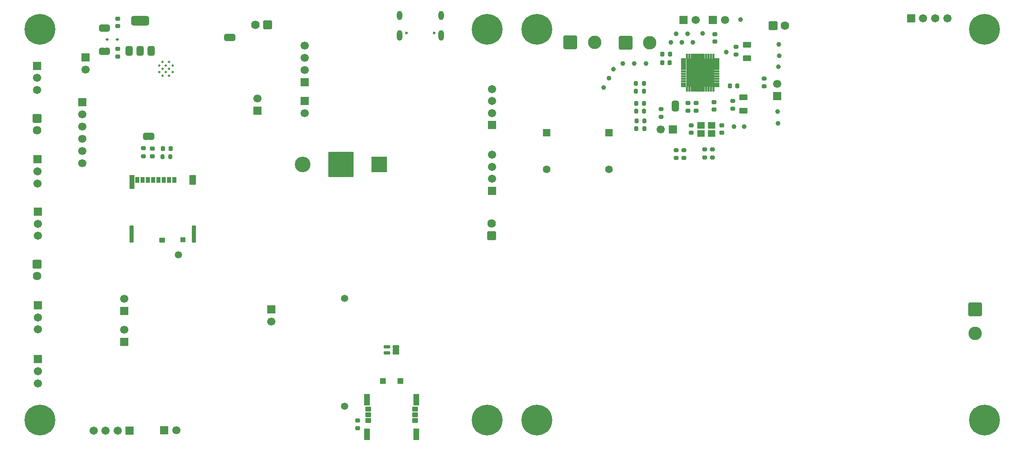
<source format=gbr>
%TF.GenerationSoftware,KiCad,Pcbnew,9.0.6*%
%TF.CreationDate,2026-02-17T13:33:00+03:00*%
%TF.ProjectId,AWS PROJECT,41575320-5052-44f4-9a45-43542e6b6963,rev?*%
%TF.SameCoordinates,Original*%
%TF.FileFunction,Soldermask,Bot*%
%TF.FilePolarity,Negative*%
%FSLAX46Y46*%
G04 Gerber Fmt 4.6, Leading zero omitted, Abs format (unit mm)*
G04 Created by KiCad (PCBNEW 9.0.6) date 2026-02-17 13:33:00*
%MOMM*%
%LPD*%
G01*
G04 APERTURE LIST*
G04 Aperture macros list*
%AMRoundRect*
0 Rectangle with rounded corners*
0 $1 Rounding radius*
0 $2 $3 $4 $5 $6 $7 $8 $9 X,Y pos of 4 corners*
0 Add a 4 corners polygon primitive as box body*
4,1,4,$2,$3,$4,$5,$6,$7,$8,$9,$2,$3,0*
0 Add four circle primitives for the rounded corners*
1,1,$1+$1,$2,$3*
1,1,$1+$1,$4,$5*
1,1,$1+$1,$6,$7*
1,1,$1+$1,$8,$9*
0 Add four rect primitives between the rounded corners*
20,1,$1+$1,$2,$3,$4,$5,0*
20,1,$1+$1,$4,$5,$6,$7,0*
20,1,$1+$1,$6,$7,$8,$9,0*
20,1,$1+$1,$8,$9,$2,$3,0*%
%AMFreePoly0*
4,1,23,0.000000,0.745722,0.065263,0.745722,0.191342,0.711940,0.304381,0.646677,0.396677,0.554381,0.461940,0.441342,0.495722,0.315263,0.495722,0.250000,0.500000,0.250000,0.500000,-0.250000,0.495722,-0.250000,0.495722,-0.315263,0.461940,-0.441342,0.396677,-0.554381,0.304381,-0.646677,0.191342,-0.711940,0.065263,-0.745722,0.000000,-0.745722,0.000000,-0.750000,-0.500000,-0.750000,
-0.500000,0.750000,0.000000,0.750000,0.000000,0.745722,0.000000,0.745722,$1*%
%AMFreePoly1*
4,1,23,0.500000,-0.750000,0.000000,-0.750000,0.000000,-0.745722,-0.065263,-0.745722,-0.191342,-0.711940,-0.304381,-0.646677,-0.396677,-0.554381,-0.461940,-0.441342,-0.495722,-0.315263,-0.495722,-0.250000,-0.500000,-0.250000,-0.500000,0.250000,-0.495722,0.250000,-0.495722,0.315263,-0.461940,0.441342,-0.396677,0.554381,-0.304381,0.646677,-0.191342,0.711940,-0.065263,0.745722,0.000000,0.745722,
0.000000,0.750000,0.500000,0.750000,0.500000,-0.750000,0.500000,-0.750000,$1*%
G04 Aperture macros list end*
%ADD10C,0.010000*%
%ADD11C,1.600000*%
%ADD12RoundRect,0.250000X-0.550000X0.550000X-0.550000X-0.550000X0.550000X-0.550000X0.550000X0.550000X0*%
%ADD13C,6.400000*%
%ADD14C,1.712000*%
%ADD15RoundRect,0.102000X0.754000X0.754000X-0.754000X0.754000X-0.754000X-0.754000X0.754000X-0.754000X0*%
%ADD16C,0.800000*%
%ADD17C,2.800000*%
%ADD18RoundRect,0.250001X-1.149999X1.149999X-1.149999X-1.149999X1.149999X-1.149999X1.149999X1.149999X0*%
%ADD19RoundRect,0.250001X-1.149999X-1.149999X1.149999X-1.149999X1.149999X1.149999X-1.149999X1.149999X0*%
%ADD20RoundRect,0.200000X-0.275000X0.200000X-0.275000X-0.200000X0.275000X-0.200000X0.275000X0.200000X0*%
%ADD21C,1.700000*%
%ADD22R,1.700000X1.700000*%
%ADD23RoundRect,0.225000X0.225000X0.250000X-0.225000X0.250000X-0.225000X-0.250000X0.225000X-0.250000X0*%
%ADD24RoundRect,0.200000X0.200000X0.275000X-0.200000X0.275000X-0.200000X-0.275000X0.200000X-0.275000X0*%
%ADD25C,1.000000*%
%ADD26RoundRect,0.200000X0.275000X-0.200000X0.275000X0.200000X-0.275000X0.200000X-0.275000X-0.200000X0*%
%ADD27RoundRect,0.225000X-0.250000X0.225000X-0.250000X-0.225000X0.250000X-0.225000X0.250000X0.225000X0*%
%ADD28RoundRect,0.200000X-0.200000X-0.275000X0.200000X-0.275000X0.200000X0.275000X-0.200000X0.275000X0*%
%ADD29C,1.779000*%
%ADD30RoundRect,0.102000X0.787500X0.787500X-0.787500X0.787500X-0.787500X-0.787500X0.787500X-0.787500X0*%
%ADD31RoundRect,0.102000X0.700000X0.600000X-0.700000X0.600000X-0.700000X-0.600000X0.700000X-0.600000X0*%
%ADD32FreePoly0,270.000000*%
%ADD33FreePoly1,270.000000*%
%ADD34RoundRect,0.225000X0.250000X-0.225000X0.250000X0.225000X-0.250000X0.225000X-0.250000X-0.225000X0*%
%ADD35RoundRect,0.250000X0.625000X-0.375000X0.625000X0.375000X-0.625000X0.375000X-0.625000X-0.375000X0*%
%ADD36RoundRect,0.225000X-0.225000X-0.250000X0.225000X-0.250000X0.225000X0.250000X-0.225000X0.250000X0*%
%ADD37RoundRect,0.102000X0.754000X-0.754000X0.754000X0.754000X-0.754000X0.754000X-0.754000X-0.754000X0*%
%ADD38RoundRect,0.102000X-0.754000X-0.754000X0.754000X-0.754000X0.754000X0.754000X-0.754000X0.754000X0*%
%ADD39RoundRect,0.102000X-0.754000X0.754000X-0.754000X-0.754000X0.754000X-0.754000X0.754000X0.754000X0*%
%ADD40RoundRect,0.102000X0.787500X-0.787500X0.787500X0.787500X-0.787500X0.787500X-0.787500X-0.787500X0*%
%ADD41RoundRect,0.102000X-0.787500X-0.787500X0.787500X-0.787500X0.787500X0.787500X-0.787500X0.787500X0*%
%ADD42C,0.600000*%
%ADD43O,1.104000X2.204000*%
%ADD44O,1.104000X1.904000*%
%ADD45RoundRect,0.102000X-0.787500X0.787500X-0.787500X-0.787500X0.787500X-0.787500X0.787500X0.787500X0*%
%ADD46C,0.504000*%
%ADD47RoundRect,0.375000X0.375000X-0.625000X0.375000X0.625000X-0.375000X0.625000X-0.375000X-0.625000X0*%
%ADD48RoundRect,0.500000X1.400000X-0.500000X1.400000X0.500000X-1.400000X0.500000X-1.400000X-0.500000X0*%
%ADD49RoundRect,0.112500X0.187500X0.112500X-0.187500X0.112500X-0.187500X-0.112500X0.187500X-0.112500X0*%
%ADD50C,1.500000*%
%ADD51FreePoly1,180.000000*%
%ADD52FreePoly0,180.000000*%
%ADD53RoundRect,0.102000X0.615000X0.200000X-0.615000X0.200000X-0.615000X-0.200000X0.615000X-0.200000X0*%
%ADD54RoundRect,0.102000X1.525000X1.525000X-1.525000X1.525000X-1.525000X-1.525000X1.525000X-1.525000X0*%
%ADD55C,3.254000*%
%ADD56RoundRect,0.102000X2.500000X2.500000X-2.500000X2.500000X-2.500000X-2.500000X2.500000X-2.500000X0*%
%ADD57RoundRect,0.218750X-0.218750X-0.256250X0.218750X-0.256250X0.218750X0.256250X-0.218750X0.256250X0*%
%ADD58RoundRect,0.076200X0.500000X1.150000X-0.500000X1.150000X-0.500000X-1.150000X0.500000X-1.150000X0*%
%ADD59RoundRect,0.076200X0.550000X0.500000X-0.550000X0.500000X-0.550000X-0.500000X0.550000X-0.500000X0*%
%ADD60RoundRect,0.076200X0.500000X0.400000X-0.500000X0.400000X-0.500000X-0.400000X0.500000X-0.400000X0*%
%ADD61RoundRect,0.076200X0.350000X0.550000X-0.350000X0.550000X-0.350000X-0.550000X0.350000X-0.550000X0*%
%ADD62RoundRect,0.076200X0.450000X0.465000X-0.450000X0.465000X-0.450000X-0.465000X0.450000X-0.465000X0*%
%ADD63RoundRect,0.076200X0.525000X0.390000X-0.525000X0.390000X-0.525000X-0.390000X0.525000X-0.390000X0*%
%ADD64RoundRect,0.076200X0.570000X0.915000X-0.570000X0.915000X-0.570000X-0.915000X0.570000X-0.915000X0*%
%ADD65RoundRect,0.076200X0.430000X1.400000X-0.430000X1.400000X-0.430000X-1.400000X0.430000X-1.400000X0*%
%ADD66RoundRect,0.076200X0.350000X1.665000X-0.350000X1.665000X-0.350000X-1.665000X0.350000X-1.665000X0*%
G04 APERTURE END LIST*
D10*
%TO.C,U18*%
X181805210Y-54141666D02*
X180845210Y-54141666D01*
X180845210Y-53771666D01*
X181805210Y-53771666D01*
X181805210Y-54141666D01*
G36*
X181805210Y-54141666D02*
G01*
X180845210Y-54141666D01*
X180845210Y-53771666D01*
X181805210Y-53771666D01*
X181805210Y-54141666D01*
G37*
X181805210Y-53641666D02*
X180845210Y-53641666D01*
X180845210Y-53271666D01*
X181805210Y-53271666D01*
X181805210Y-53641666D01*
G36*
X181805210Y-53641666D02*
G01*
X180845210Y-53641666D01*
X180845210Y-53271666D01*
X181805210Y-53271666D01*
X181805210Y-53641666D01*
G37*
X181805210Y-53141666D02*
X180845210Y-53141666D01*
X180845210Y-52771666D01*
X181805210Y-52771666D01*
X181805210Y-53141666D01*
G36*
X181805210Y-53141666D02*
G01*
X180845210Y-53141666D01*
X180845210Y-52771666D01*
X181805210Y-52771666D01*
X181805210Y-53141666D01*
G37*
X181805210Y-52641666D02*
X180845210Y-52641666D01*
X180845210Y-52271666D01*
X181805210Y-52271666D01*
X181805210Y-52641666D01*
G36*
X181805210Y-52641666D02*
G01*
X180845210Y-52641666D01*
X180845210Y-52271666D01*
X181805210Y-52271666D01*
X181805210Y-52641666D01*
G37*
X181805210Y-52141666D02*
X180845210Y-52141666D01*
X180845210Y-51771666D01*
X181805210Y-51771666D01*
X181805210Y-52141666D01*
G36*
X181805210Y-52141666D02*
G01*
X180845210Y-52141666D01*
X180845210Y-51771666D01*
X181805210Y-51771666D01*
X181805210Y-52141666D01*
G37*
X181805210Y-51641666D02*
X180845210Y-51641666D01*
X180845210Y-51271666D01*
X181805210Y-51271666D01*
X181805210Y-51641666D01*
G36*
X181805210Y-51641666D02*
G01*
X180845210Y-51641666D01*
X180845210Y-51271666D01*
X181805210Y-51271666D01*
X181805210Y-51641666D01*
G37*
X181805210Y-51141666D02*
X180845210Y-51141666D01*
X180845210Y-50771666D01*
X181805210Y-50771666D01*
X181805210Y-51141666D01*
G36*
X181805210Y-51141666D02*
G01*
X180845210Y-51141666D01*
X180845210Y-50771666D01*
X181805210Y-50771666D01*
X181805210Y-51141666D01*
G37*
X181805210Y-50641666D02*
X180845210Y-50641666D01*
X180845210Y-50271666D01*
X181805210Y-50271666D01*
X181805210Y-50641666D01*
G36*
X181805210Y-50641666D02*
G01*
X180845210Y-50641666D01*
X180845210Y-50271666D01*
X181805210Y-50271666D01*
X181805210Y-50641666D01*
G37*
X181805210Y-50141666D02*
X180845210Y-50141666D01*
X180845210Y-49771666D01*
X181805210Y-49771666D01*
X181805210Y-50141666D01*
G36*
X181805210Y-50141666D02*
G01*
X180845210Y-50141666D01*
X180845210Y-49771666D01*
X181805210Y-49771666D01*
X181805210Y-50141666D01*
G37*
X181805210Y-49641666D02*
X180845210Y-49641666D01*
X180845210Y-49271666D01*
X181805210Y-49271666D01*
X181805210Y-49641666D01*
G36*
X181805210Y-49641666D02*
G01*
X180845210Y-49641666D01*
X180845210Y-49271666D01*
X181805210Y-49271666D01*
X181805210Y-49641666D01*
G37*
X181805210Y-49141666D02*
X180845210Y-49141666D01*
X180845210Y-48771666D01*
X181805210Y-48771666D01*
X181805210Y-49141666D01*
G36*
X181805210Y-49141666D02*
G01*
X180845210Y-49141666D01*
X180845210Y-48771666D01*
X181805210Y-48771666D01*
X181805210Y-49141666D01*
G37*
X181805210Y-48641666D02*
X180845210Y-48641666D01*
X180845210Y-48271666D01*
X181805210Y-48271666D01*
X181805210Y-48641666D01*
G36*
X181805210Y-48641666D02*
G01*
X180845210Y-48641666D01*
X180845210Y-48271666D01*
X181805210Y-48271666D01*
X181805210Y-48641666D01*
G37*
X180825210Y-55121666D02*
X180455210Y-55121666D01*
X180455210Y-54161666D01*
X180825210Y-54161666D01*
X180825210Y-55121666D01*
G36*
X180825210Y-55121666D02*
G01*
X180455210Y-55121666D01*
X180455210Y-54161666D01*
X180825210Y-54161666D01*
X180825210Y-55121666D01*
G37*
X180825210Y-48251666D02*
X180455210Y-48251666D01*
X180455210Y-47291666D01*
X180825210Y-47291666D01*
X180825210Y-48251666D01*
G36*
X180825210Y-48251666D02*
G01*
X180455210Y-48251666D01*
X180455210Y-47291666D01*
X180825210Y-47291666D01*
X180825210Y-48251666D01*
G37*
X180740210Y-54056666D02*
X175040210Y-54056666D01*
X175040210Y-48356666D01*
X180740210Y-48356666D01*
X180740210Y-54056666D01*
G36*
X180740210Y-54056666D02*
G01*
X175040210Y-54056666D01*
X175040210Y-48356666D01*
X180740210Y-48356666D01*
X180740210Y-54056666D01*
G37*
X180325210Y-55121666D02*
X179955210Y-55121666D01*
X179955210Y-54161666D01*
X180325210Y-54161666D01*
X180325210Y-55121666D01*
G36*
X180325210Y-55121666D02*
G01*
X179955210Y-55121666D01*
X179955210Y-54161666D01*
X180325210Y-54161666D01*
X180325210Y-55121666D01*
G37*
X180325210Y-48251666D02*
X179955210Y-48251666D01*
X179955210Y-47291666D01*
X180325210Y-47291666D01*
X180325210Y-48251666D01*
G36*
X180325210Y-48251666D02*
G01*
X179955210Y-48251666D01*
X179955210Y-47291666D01*
X180325210Y-47291666D01*
X180325210Y-48251666D01*
G37*
X179825210Y-55121666D02*
X179455210Y-55121666D01*
X179455210Y-54161666D01*
X179825210Y-54161666D01*
X179825210Y-55121666D01*
G36*
X179825210Y-55121666D02*
G01*
X179455210Y-55121666D01*
X179455210Y-54161666D01*
X179825210Y-54161666D01*
X179825210Y-55121666D01*
G37*
X179825210Y-48251666D02*
X179455210Y-48251666D01*
X179455210Y-47291666D01*
X179825210Y-47291666D01*
X179825210Y-48251666D01*
G36*
X179825210Y-48251666D02*
G01*
X179455210Y-48251666D01*
X179455210Y-47291666D01*
X179825210Y-47291666D01*
X179825210Y-48251666D01*
G37*
X179325210Y-55121666D02*
X178955210Y-55121666D01*
X178955210Y-54161666D01*
X179325210Y-54161666D01*
X179325210Y-55121666D01*
G36*
X179325210Y-55121666D02*
G01*
X178955210Y-55121666D01*
X178955210Y-54161666D01*
X179325210Y-54161666D01*
X179325210Y-55121666D01*
G37*
X179325210Y-48251666D02*
X178955210Y-48251666D01*
X178955210Y-47291666D01*
X179325210Y-47291666D01*
X179325210Y-48251666D01*
G36*
X179325210Y-48251666D02*
G01*
X178955210Y-48251666D01*
X178955210Y-47291666D01*
X179325210Y-47291666D01*
X179325210Y-48251666D01*
G37*
X178825210Y-55121666D02*
X178455210Y-55121666D01*
X178455210Y-54161666D01*
X178825210Y-54161666D01*
X178825210Y-55121666D01*
G36*
X178825210Y-55121666D02*
G01*
X178455210Y-55121666D01*
X178455210Y-54161666D01*
X178825210Y-54161666D01*
X178825210Y-55121666D01*
G37*
X178825210Y-48251666D02*
X178455210Y-48251666D01*
X178455210Y-47291666D01*
X178825210Y-47291666D01*
X178825210Y-48251666D01*
G36*
X178825210Y-48251666D02*
G01*
X178455210Y-48251666D01*
X178455210Y-47291666D01*
X178825210Y-47291666D01*
X178825210Y-48251666D01*
G37*
X178325210Y-55121666D02*
X177955210Y-55121666D01*
X177955210Y-54161666D01*
X178325210Y-54161666D01*
X178325210Y-55121666D01*
G36*
X178325210Y-55121666D02*
G01*
X177955210Y-55121666D01*
X177955210Y-54161666D01*
X178325210Y-54161666D01*
X178325210Y-55121666D01*
G37*
X178325210Y-48251666D02*
X177955210Y-48251666D01*
X177955210Y-47291666D01*
X178325210Y-47291666D01*
X178325210Y-48251666D01*
G36*
X178325210Y-48251666D02*
G01*
X177955210Y-48251666D01*
X177955210Y-47291666D01*
X178325210Y-47291666D01*
X178325210Y-48251666D01*
G37*
X177825210Y-55121666D02*
X177455210Y-55121666D01*
X177455210Y-54161666D01*
X177825210Y-54161666D01*
X177825210Y-55121666D01*
G36*
X177825210Y-55121666D02*
G01*
X177455210Y-55121666D01*
X177455210Y-54161666D01*
X177825210Y-54161666D01*
X177825210Y-55121666D01*
G37*
X177825210Y-48251666D02*
X177455210Y-48251666D01*
X177455210Y-47291666D01*
X177825210Y-47291666D01*
X177825210Y-48251666D01*
G36*
X177825210Y-48251666D02*
G01*
X177455210Y-48251666D01*
X177455210Y-47291666D01*
X177825210Y-47291666D01*
X177825210Y-48251666D01*
G37*
X177325210Y-55121666D02*
X176955210Y-55121666D01*
X176955210Y-54161666D01*
X177325210Y-54161666D01*
X177325210Y-55121666D01*
G36*
X177325210Y-55121666D02*
G01*
X176955210Y-55121666D01*
X176955210Y-54161666D01*
X177325210Y-54161666D01*
X177325210Y-55121666D01*
G37*
X177325210Y-48251666D02*
X176955210Y-48251666D01*
X176955210Y-47291666D01*
X177325210Y-47291666D01*
X177325210Y-48251666D01*
G36*
X177325210Y-48251666D02*
G01*
X176955210Y-48251666D01*
X176955210Y-47291666D01*
X177325210Y-47291666D01*
X177325210Y-48251666D01*
G37*
X176825210Y-55121666D02*
X176455210Y-55121666D01*
X176455210Y-54161666D01*
X176825210Y-54161666D01*
X176825210Y-55121666D01*
G36*
X176825210Y-55121666D02*
G01*
X176455210Y-55121666D01*
X176455210Y-54161666D01*
X176825210Y-54161666D01*
X176825210Y-55121666D01*
G37*
X176825210Y-48251666D02*
X176455210Y-48251666D01*
X176455210Y-47291666D01*
X176825210Y-47291666D01*
X176825210Y-48251666D01*
G36*
X176825210Y-48251666D02*
G01*
X176455210Y-48251666D01*
X176455210Y-47291666D01*
X176825210Y-47291666D01*
X176825210Y-48251666D01*
G37*
X176325210Y-55121666D02*
X175955210Y-55121666D01*
X175955210Y-54161666D01*
X176325210Y-54161666D01*
X176325210Y-55121666D01*
G36*
X176325210Y-55121666D02*
G01*
X175955210Y-55121666D01*
X175955210Y-54161666D01*
X176325210Y-54161666D01*
X176325210Y-55121666D01*
G37*
X176325210Y-48251666D02*
X175955210Y-48251666D01*
X175955210Y-47291666D01*
X176325210Y-47291666D01*
X176325210Y-48251666D01*
G36*
X176325210Y-48251666D02*
G01*
X175955210Y-48251666D01*
X175955210Y-47291666D01*
X176325210Y-47291666D01*
X176325210Y-48251666D01*
G37*
X175825210Y-55121666D02*
X175455210Y-55121666D01*
X175455210Y-54161666D01*
X175825210Y-54161666D01*
X175825210Y-55121666D01*
G36*
X175825210Y-55121666D02*
G01*
X175455210Y-55121666D01*
X175455210Y-54161666D01*
X175825210Y-54161666D01*
X175825210Y-55121666D01*
G37*
X175825210Y-48251666D02*
X175455210Y-48251666D01*
X175455210Y-47291666D01*
X175825210Y-47291666D01*
X175825210Y-48251666D01*
G36*
X175825210Y-48251666D02*
G01*
X175455210Y-48251666D01*
X175455210Y-47291666D01*
X175825210Y-47291666D01*
X175825210Y-48251666D01*
G37*
X175325210Y-55121666D02*
X174955210Y-55121666D01*
X174955210Y-54161666D01*
X175325210Y-54161666D01*
X175325210Y-55121666D01*
G36*
X175325210Y-55121666D02*
G01*
X174955210Y-55121666D01*
X174955210Y-54161666D01*
X175325210Y-54161666D01*
X175325210Y-55121666D01*
G37*
X175325210Y-48251666D02*
X174955210Y-48251666D01*
X174955210Y-47291666D01*
X175325210Y-47291666D01*
X175325210Y-48251666D01*
G36*
X175325210Y-48251666D02*
G01*
X174955210Y-48251666D01*
X174955210Y-47291666D01*
X175325210Y-47291666D01*
X175325210Y-48251666D01*
G37*
X174935210Y-54141666D02*
X173975210Y-54141666D01*
X173975210Y-53771666D01*
X174935210Y-53771666D01*
X174935210Y-54141666D01*
G36*
X174935210Y-54141666D02*
G01*
X173975210Y-54141666D01*
X173975210Y-53771666D01*
X174935210Y-53771666D01*
X174935210Y-54141666D01*
G37*
X174935210Y-53641666D02*
X173975210Y-53641666D01*
X173975210Y-53271666D01*
X174935210Y-53271666D01*
X174935210Y-53641666D01*
G36*
X174935210Y-53641666D02*
G01*
X173975210Y-53641666D01*
X173975210Y-53271666D01*
X174935210Y-53271666D01*
X174935210Y-53641666D01*
G37*
X174935210Y-53141666D02*
X173975210Y-53141666D01*
X173975210Y-52771666D01*
X174935210Y-52771666D01*
X174935210Y-53141666D01*
G36*
X174935210Y-53141666D02*
G01*
X173975210Y-53141666D01*
X173975210Y-52771666D01*
X174935210Y-52771666D01*
X174935210Y-53141666D01*
G37*
X174935210Y-52641666D02*
X173975210Y-52641666D01*
X173975210Y-52271666D01*
X174935210Y-52271666D01*
X174935210Y-52641666D01*
G36*
X174935210Y-52641666D02*
G01*
X173975210Y-52641666D01*
X173975210Y-52271666D01*
X174935210Y-52271666D01*
X174935210Y-52641666D01*
G37*
X174935210Y-52141666D02*
X173975210Y-52141666D01*
X173975210Y-51771666D01*
X174935210Y-51771666D01*
X174935210Y-52141666D01*
G36*
X174935210Y-52141666D02*
G01*
X173975210Y-52141666D01*
X173975210Y-51771666D01*
X174935210Y-51771666D01*
X174935210Y-52141666D01*
G37*
X174935210Y-51641666D02*
X173975210Y-51641666D01*
X173975210Y-51271666D01*
X174935210Y-51271666D01*
X174935210Y-51641666D01*
G36*
X174935210Y-51641666D02*
G01*
X173975210Y-51641666D01*
X173975210Y-51271666D01*
X174935210Y-51271666D01*
X174935210Y-51641666D01*
G37*
X174935210Y-51141666D02*
X173975210Y-51141666D01*
X173975210Y-50771666D01*
X174935210Y-50771666D01*
X174935210Y-51141666D01*
G36*
X174935210Y-51141666D02*
G01*
X173975210Y-51141666D01*
X173975210Y-50771666D01*
X174935210Y-50771666D01*
X174935210Y-51141666D01*
G37*
X174935210Y-50641666D02*
X173975210Y-50641666D01*
X173975210Y-50271666D01*
X174935210Y-50271666D01*
X174935210Y-50641666D01*
G36*
X174935210Y-50641666D02*
G01*
X173975210Y-50641666D01*
X173975210Y-50271666D01*
X174935210Y-50271666D01*
X174935210Y-50641666D01*
G37*
X174935210Y-50141666D02*
X173975210Y-50141666D01*
X173975210Y-49771666D01*
X174935210Y-49771666D01*
X174935210Y-50141666D01*
G36*
X174935210Y-50141666D02*
G01*
X173975210Y-50141666D01*
X173975210Y-49771666D01*
X174935210Y-49771666D01*
X174935210Y-50141666D01*
G37*
X174935210Y-49641666D02*
X173975210Y-49641666D01*
X173975210Y-49271666D01*
X174935210Y-49271666D01*
X174935210Y-49641666D01*
G36*
X174935210Y-49641666D02*
G01*
X173975210Y-49641666D01*
X173975210Y-49271666D01*
X174935210Y-49271666D01*
X174935210Y-49641666D01*
G37*
X174935210Y-49141666D02*
X173975210Y-49141666D01*
X173975210Y-48771666D01*
X174935210Y-48771666D01*
X174935210Y-49141666D01*
G36*
X174935210Y-49141666D02*
G01*
X173975210Y-49141666D01*
X173975210Y-48771666D01*
X174935210Y-48771666D01*
X174935210Y-49141666D01*
G37*
X174935210Y-48641666D02*
X173975210Y-48641666D01*
X173975210Y-48271666D01*
X174935210Y-48271666D01*
X174935210Y-48641666D01*
G36*
X174935210Y-48641666D02*
G01*
X173975210Y-48641666D01*
X173975210Y-48271666D01*
X174935210Y-48271666D01*
X174935210Y-48641666D01*
G37*
%TO.C,JP25*%
G36*
X172045210Y-58046666D02*
G01*
X173545210Y-58046666D01*
X173545210Y-58346666D01*
X172045210Y-58346666D01*
X172045210Y-58046666D01*
G37*
%TO.C,JP4*%
G36*
X54250000Y-41200000D02*
G01*
X53950000Y-41200000D01*
X53950000Y-42700000D01*
X54250000Y-42700000D01*
X54250000Y-41200000D01*
G37*
%TO.C,JP12*%
G36*
X63450000Y-63700000D02*
G01*
X63150000Y-63700000D01*
X63150000Y-65200000D01*
X63450000Y-65200000D01*
X63450000Y-63700000D01*
G37*
%TO.C,JP10*%
G36*
X80300000Y-43170000D02*
G01*
X80000000Y-43170000D01*
X80000000Y-44670000D01*
X80300000Y-44670000D01*
X80300000Y-43170000D01*
G37*
%TO.C,JP2*%
G36*
X54260000Y-46080000D02*
G01*
X53960000Y-46080000D01*
X53960000Y-47580000D01*
X54260000Y-47580000D01*
X54260000Y-46080000D01*
G37*
%TD*%
D11*
%TO.C,SW2*%
X158987500Y-71352500D03*
D12*
X158987500Y-63732500D03*
%TD*%
D13*
%TO.C,*%
X144000000Y-123500000D03*
%TD*%
D14*
%TO.C,J28*%
X229295210Y-39936666D03*
X226795210Y-39936666D03*
X224295210Y-39936666D03*
D15*
X221795210Y-39936666D03*
%TD*%
D16*
%TO.C,REF\u002A\u002A*%
X141600000Y-42250000D03*
X142302944Y-40552944D03*
X142302944Y-43947056D03*
X144000000Y-39850000D03*
D13*
X144000000Y-42250000D03*
D16*
X144000000Y-44650000D03*
X145697056Y-40552944D03*
X145697056Y-43947056D03*
X146400000Y-42250000D03*
%TD*%
%TO.C,REF\u002A\u002A*%
X144000000Y-125900000D03*
X142302944Y-125197056D03*
X145697056Y-125197056D03*
X141600000Y-123500000D03*
D13*
X144000000Y-123500000D03*
D16*
X146400000Y-123500000D03*
X142302944Y-121802944D03*
X145697056Y-121802944D03*
X144000000Y-121100000D03*
%TD*%
D11*
%TO.C,SW1*%
X145987500Y-71352500D03*
D12*
X145987500Y-63732500D03*
%TD*%
D17*
%TO.C,J27*%
X235132500Y-105500000D03*
D18*
X235132500Y-100500000D03*
%TD*%
D16*
%TO.C,REF\u002A\u002A*%
X237000000Y-39850000D03*
X238697056Y-40552944D03*
X235302944Y-40552944D03*
X239400000Y-42250000D03*
D13*
X237000000Y-42250000D03*
D16*
X234600000Y-42250000D03*
X238697056Y-43947056D03*
X235302944Y-43947056D03*
X237000000Y-44650000D03*
%TD*%
D17*
%TO.C,J25*%
X155975210Y-44954166D03*
D19*
X150975210Y-44954166D03*
%TD*%
D16*
%TO.C,REF\u002A\u002A*%
X239400000Y-123500000D03*
X238697056Y-125197056D03*
X238697056Y-121802944D03*
X237000000Y-125900000D03*
D13*
X237000000Y-123500000D03*
D16*
X237000000Y-121100000D03*
X235302944Y-125197056D03*
X235302944Y-121802944D03*
X234600000Y-123500000D03*
%TD*%
D17*
%TO.C,J26*%
X167465210Y-45016666D03*
D19*
X162465210Y-45016666D03*
%TD*%
D20*
%TO.C,R81*%
X184675210Y-58751666D03*
X184675210Y-57101666D03*
%TD*%
D21*
%TO.C,J32*%
X183130210Y-40236666D03*
D22*
X180590210Y-40236666D03*
%TD*%
D23*
%TO.C,C70*%
X170065210Y-49181666D03*
X171615210Y-49181666D03*
%TD*%
D24*
%TO.C,R78*%
X164580210Y-53446666D03*
X166230210Y-53446666D03*
%TD*%
D25*
%TO.C,PB1*%
X157865210Y-54366666D03*
%TD*%
D26*
%TO.C,R79*%
X169845210Y-58781666D03*
X169845210Y-60431666D03*
%TD*%
D25*
%TO.C,PB18*%
X175325210Y-43126666D03*
%TD*%
D20*
%TO.C,R80*%
X191275210Y-54101666D03*
X191275210Y-52451666D03*
%TD*%
D25*
%TO.C,PB21*%
X164195210Y-49296666D03*
%TD*%
D27*
%TO.C,C71*%
X175365210Y-59131666D03*
X175365210Y-57581666D03*
%TD*%
D28*
%TO.C,R73*%
X166330210Y-62886666D03*
X164680210Y-62886666D03*
%TD*%
D25*
%TO.C,PB11*%
X194195210Y-50036666D03*
%TD*%
D23*
%TO.C,C69*%
X170095210Y-47356666D03*
X171645210Y-47356666D03*
%TD*%
D29*
%TO.C,J33*%
X195557710Y-41471666D03*
D30*
X193057710Y-41471666D03*
%TD*%
D31*
%TO.C,Y1*%
X180350210Y-62191666D03*
X178150210Y-62191666D03*
X178150210Y-63891666D03*
X180350210Y-63891666D03*
%TD*%
D32*
%TO.C,JP25*%
X172795210Y-58846666D03*
D33*
X172795210Y-57546666D03*
%TD*%
D25*
%TO.C,PB15*%
X171805210Y-44896666D03*
%TD*%
D34*
%TO.C,C73*%
X176060210Y-62176666D03*
X176060210Y-63726666D03*
%TD*%
D25*
%TO.C,PB10*%
X194395210Y-47686666D03*
%TD*%
D26*
%TO.C,R71*%
X174565210Y-67356666D03*
X174565210Y-69006666D03*
%TD*%
D20*
%TO.C,R72*%
X172935210Y-69001666D03*
X172935210Y-67351666D03*
%TD*%
D21*
%TO.C,J29*%
X169700210Y-63046666D03*
D22*
X172240210Y-63046666D03*
%TD*%
D34*
%TO.C,C65*%
X180955210Y-43251666D03*
X180955210Y-44801666D03*
%TD*%
D26*
%TO.C,R69*%
X180445210Y-67226666D03*
X180445210Y-68876666D03*
%TD*%
D25*
%TO.C,PB19*%
X187055210Y-62486666D03*
%TD*%
D20*
%TO.C,R70*%
X178835210Y-68861666D03*
X178835210Y-67211666D03*
%TD*%
D25*
%TO.C,PB7*%
X159945210Y-50506666D03*
%TD*%
%TO.C,PB13*%
X194105210Y-61816666D03*
%TD*%
D20*
%TO.C,R82*%
X185415210Y-47471666D03*
X185415210Y-45821666D03*
%TD*%
D25*
%TO.C,PB9*%
X194295210Y-45356666D03*
%TD*%
%TO.C,PB20*%
X185005210Y-62476666D03*
%TD*%
%TO.C,PB17*%
X174175210Y-44926666D03*
%TD*%
%TO.C,PB8*%
X161885210Y-49296666D03*
%TD*%
%TO.C,PB16*%
X172925210Y-43116666D03*
%TD*%
D35*
%TO.C,D24*%
X186925210Y-56346666D03*
X186925210Y-59146666D03*
%TD*%
D21*
%TO.C,J30*%
X193935210Y-53596666D03*
D22*
X193935210Y-56136666D03*
%TD*%
D25*
%TO.C,PB14*%
X166675210Y-49346666D03*
%TD*%
D24*
%TO.C,R76*%
X164635210Y-57596666D03*
X166285210Y-57596666D03*
%TD*%
D35*
%TO.C,D25*%
X187655210Y-45396666D03*
X187655210Y-48196666D03*
%TD*%
D28*
%TO.C,R77*%
X166220210Y-55066666D03*
X164570210Y-55066666D03*
%TD*%
D27*
%TO.C,C68*%
X180845210Y-58941666D03*
X180845210Y-57391666D03*
%TD*%
D24*
%TO.C,R74*%
X164705210Y-61236666D03*
X166355210Y-61236666D03*
%TD*%
D21*
%TO.C,J31*%
X177020210Y-40236666D03*
D22*
X174480210Y-40236666D03*
%TD*%
D25*
%TO.C,PB6*%
X183325210Y-46986666D03*
%TD*%
D28*
%TO.C,R75*%
X166290210Y-59216666D03*
X164640210Y-59216666D03*
%TD*%
D25*
%TO.C,PB12*%
X193995210Y-59326666D03*
%TD*%
D36*
%TO.C,C67*%
X185680210Y-54006666D03*
X184130210Y-54006666D03*
%TD*%
D25*
%TO.C,PB4*%
X186325210Y-40226666D03*
%TD*%
D27*
%TO.C,C66*%
X177105210Y-59121666D03*
X177105210Y-57571666D03*
%TD*%
D25*
%TO.C,PB5*%
X178425210Y-43086666D03*
%TD*%
D27*
%TO.C,C72*%
X182440210Y-63751666D03*
X182440210Y-62201666D03*
%TD*%
D25*
%TO.C,PB2*%
X158965210Y-52376666D03*
%TD*%
%TO.C,PB3*%
X176415210Y-44926666D03*
%TD*%
D22*
%TO.C,J8*%
X66530000Y-125590000D03*
D21*
X69070000Y-125590000D03*
%TD*%
D37*
%TO.C,J20*%
X40200000Y-69270000D03*
D14*
X40200000Y-71770000D03*
X40200000Y-74270000D03*
%TD*%
D22*
%TO.C,J1*%
X50170000Y-48045000D03*
D21*
X50170000Y-50585000D03*
%TD*%
D38*
%TO.C,J15*%
X59347500Y-125685000D03*
D14*
X56847500Y-125685000D03*
X54347500Y-125685000D03*
X51847500Y-125685000D03*
%TD*%
D37*
%TO.C,J18*%
X40265000Y-99632500D03*
D14*
X40265000Y-102132500D03*
X40265000Y-104632500D03*
%TD*%
D16*
%TO.C,REF\u002A\u002A*%
X131270000Y-123500000D03*
X131972944Y-121802944D03*
X131972944Y-125197056D03*
X133670000Y-121100000D03*
D13*
X133670000Y-123500000D03*
D16*
X133670000Y-125900000D03*
X135367056Y-121802944D03*
X135367056Y-125197056D03*
X136070000Y-123500000D03*
%TD*%
%TO.C,REF\u002A\u002A*%
X133670000Y-44650000D03*
X131972944Y-43947056D03*
X135367056Y-43947056D03*
X131270000Y-42250000D03*
D13*
X133670000Y-42250000D03*
D16*
X136070000Y-42250000D03*
X131972944Y-40552944D03*
X135367056Y-40552944D03*
X133670000Y-39850000D03*
%TD*%
D22*
%TO.C,J3*%
X88820000Y-100510000D03*
D21*
X88820000Y-103050000D03*
%TD*%
D22*
%TO.C,J10*%
X58240000Y-107225000D03*
D21*
X58240000Y-104685000D03*
%TD*%
D37*
%TO.C,J22*%
X40260000Y-110840000D03*
D14*
X40260000Y-113340000D03*
X40260000Y-115840000D03*
%TD*%
D39*
%TO.C,J17*%
X134680000Y-62130000D03*
D14*
X134680000Y-59630000D03*
X134680000Y-57130000D03*
X134680000Y-54630000D03*
%TD*%
D40*
%TO.C,J14*%
X40125000Y-60722500D03*
D29*
X40125000Y-63222500D03*
%TD*%
D16*
%TO.C,REF\u002A\u002A*%
X40670000Y-121100000D03*
X42367056Y-121802944D03*
X38972944Y-121802944D03*
X43070000Y-123500000D03*
D13*
X40670000Y-123500000D03*
D16*
X38270000Y-123500000D03*
X42367056Y-125197056D03*
X38972944Y-125197056D03*
X40670000Y-125900000D03*
%TD*%
D37*
%TO.C,J19*%
X40145000Y-49817500D03*
D14*
X40145000Y-52317500D03*
X40145000Y-54817500D03*
%TD*%
D22*
%TO.C,J4*%
X85940000Y-59190000D03*
D21*
X85940000Y-56650000D03*
%TD*%
D37*
%TO.C,J12*%
X40250000Y-80170000D03*
D14*
X40250000Y-82670000D03*
X40250000Y-85170000D03*
%TD*%
D22*
%TO.C,J6*%
X49510000Y-57350000D03*
D21*
X49510000Y-59890000D03*
X49510000Y-62430000D03*
X49510000Y-64970000D03*
X49510000Y-67510000D03*
X49510000Y-70050000D03*
%TD*%
D41*
%TO.C,J21*%
X88010000Y-41301500D03*
D29*
X85510000Y-41301500D03*
%TD*%
D39*
%TO.C,J11*%
X134695000Y-75812500D03*
D14*
X134695000Y-73312500D03*
X134695000Y-70812500D03*
X134695000Y-68312500D03*
%TD*%
D22*
%TO.C,J2*%
X95730000Y-57095000D03*
D21*
X95730000Y-59635000D03*
%TD*%
D22*
%TO.C,J5*%
X95730000Y-53250000D03*
D21*
X95730000Y-50710000D03*
X95730000Y-48170000D03*
X95730000Y-45630000D03*
%TD*%
D40*
%TO.C,J13*%
X40140000Y-91040000D03*
D29*
X40140000Y-93540000D03*
%TD*%
D42*
%TO.C,J24*%
X122690000Y-43007500D03*
X116910000Y-43007500D03*
D43*
X124125000Y-43497500D03*
X115475000Y-43497500D03*
D44*
X124125000Y-39327500D03*
X115475000Y-39327500D03*
%TD*%
D45*
%TO.C,J23*%
X134620000Y-85110000D03*
D29*
X134620000Y-82610000D03*
%TD*%
D16*
%TO.C,REF\u002A\u002A*%
X43070000Y-42250000D03*
X42367056Y-43947056D03*
X42367056Y-40552944D03*
X40670000Y-44650000D03*
D13*
X40670000Y-42250000D03*
D16*
X40670000Y-39850000D03*
X38972944Y-43947056D03*
X38972944Y-40552944D03*
X38270000Y-42250000D03*
%TD*%
D46*
%TO.C,U4*%
X66170000Y-49030000D03*
X67570000Y-49030000D03*
X65470000Y-49730000D03*
X66870000Y-49730000D03*
X68270000Y-49730000D03*
X66170000Y-50430000D03*
X67570000Y-50430000D03*
X65470000Y-51130000D03*
X66870000Y-51130000D03*
X68270000Y-51130000D03*
X66170000Y-51830000D03*
X67570000Y-51830000D03*
%TD*%
D22*
%TO.C,J9*%
X58230000Y-100845000D03*
D21*
X58230000Y-98305000D03*
%TD*%
D47*
%TO.C,U2*%
X63812500Y-46720000D03*
X61512500Y-46720000D03*
D48*
X61512500Y-40420000D03*
D47*
X59212500Y-46720000D03*
%TD*%
D49*
%TO.C,D24*%
X56767500Y-44330000D03*
X54667500Y-44330000D03*
%TD*%
D50*
%TO.C,SNS_TX6*%
X104040000Y-98150000D03*
%TD*%
D51*
%TO.C,JP4*%
X54750000Y-41950000D03*
D52*
X53450000Y-41950000D03*
%TD*%
D24*
%TO.C,R31*%
X67797500Y-68750000D03*
X66147500Y-68750000D03*
%TD*%
D50*
%TO.C,SNS_TX8*%
X104000000Y-120650000D03*
%TD*%
D51*
%TO.C,JP12*%
X63950000Y-64450000D03*
D52*
X62650000Y-64450000D03*
%TD*%
D53*
%TO.C,D6*%
X114690000Y-108250000D03*
X114690000Y-108900000D03*
X114690000Y-109550000D03*
X112810000Y-109550000D03*
X112810000Y-108250000D03*
%TD*%
D54*
%TO.C,BT1*%
X111195000Y-70340000D03*
D55*
X95295000Y-70340000D03*
D56*
X103245000Y-70340000D03*
%TD*%
D26*
%TO.C,R35*%
X62220000Y-68600000D03*
X62220000Y-66950000D03*
%TD*%
D27*
%TO.C,C3*%
X56860000Y-46320000D03*
X56860000Y-47870000D03*
%TD*%
D57*
%TO.C,D14*%
X66260000Y-67000000D03*
X67835000Y-67000000D03*
%TD*%
D51*
%TO.C,JP10*%
X80800000Y-43920000D03*
D52*
X79500000Y-43920000D03*
%TD*%
D51*
%TO.C,JP2*%
X54760000Y-46830000D03*
D52*
X53460000Y-46830000D03*
%TD*%
D58*
%TO.C,J7*%
X118912500Y-126475000D03*
X118912500Y-119275000D03*
X108712500Y-119275000D03*
X108712500Y-126475000D03*
D59*
X115632500Y-115350000D03*
X111992500Y-115350000D03*
D60*
X108912500Y-123625000D03*
X108912500Y-122425000D03*
X118712500Y-123625000D03*
X108912500Y-121225000D03*
X118712500Y-122425000D03*
X118712500Y-121225000D03*
%TD*%
D27*
%TO.C,C18*%
X106750000Y-123625000D03*
X106750000Y-125175000D03*
%TD*%
D50*
%TO.C,SNS_TX20*%
X69500000Y-89150000D03*
%TD*%
D34*
%TO.C,C9*%
X56880000Y-41545000D03*
X56880000Y-39995000D03*
%TD*%
D61*
%TO.C,J16*%
X68605000Y-73510000D03*
X67505000Y-73510000D03*
X66405000Y-73510000D03*
X65305000Y-73510000D03*
X64205000Y-73510000D03*
X63105000Y-73510000D03*
X62005000Y-73510000D03*
X60905000Y-73510000D03*
D62*
X70395000Y-85975000D03*
D63*
X66130000Y-86050000D03*
D64*
X72485000Y-73525000D03*
D65*
X59825000Y-74010000D03*
D66*
X72705000Y-84775000D03*
X59745000Y-84775000D03*
%TD*%
D34*
%TO.C,C29*%
X64030000Y-68615000D03*
X64030000Y-67065000D03*
%TD*%
M02*

</source>
